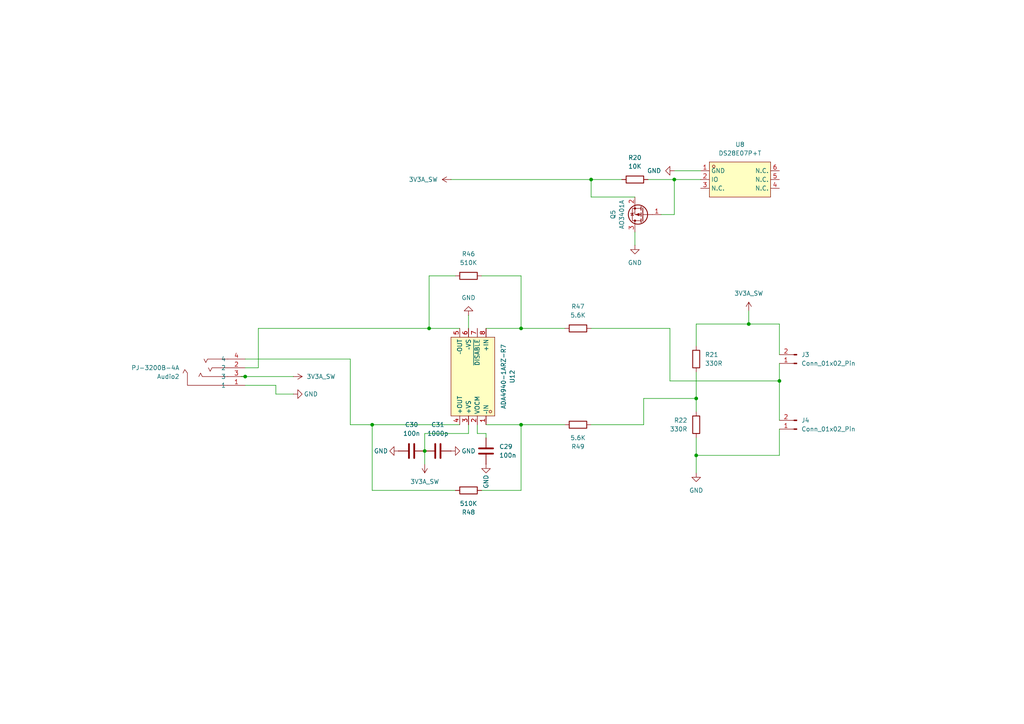
<source format=kicad_sch>
(kicad_sch (version 20231120) (generator "eeschema") (generator_version "8.0")
  (paper "A4")
  (lib_symbols
    (symbol "Connector:Conn_01x02_Pin" (pin_names (offset 1.016) hide)
      (property "Reference" "J" (at 0 2.54 0))
      (property "Value" "Conn_01x02_Pin" (at 0 -5.08 0))
      (symbol "Conn_01x02_Pin_1_1"
        (polyline (pts (xy 1.27 -2.54) (xy 0.8636 -2.54)) (stroke (width 0.1524)))
        (polyline (pts (xy 1.27 0) (xy 0.8636 0)) (stroke (width 0.1524)))
        (rectangle (start 0.8636 -2.413) (end 0 -2.667) (stroke (width 0.1524)) (fill (type outline)))
        (rectangle (start 0.8636 0.127) (end 0 -0.127) (stroke (width 0.1524)) (fill (type outline)))
        (pin passive line (at 5.08 0 180) (length 3.81) (name "Pin_1") (number "1"))
        (pin passive line (at 5.08 -2.54 180) (length 3.81) (name "Pin_2") (number "2"))
      )
    )
    (symbol "Device:C" (pin_numbers hide) (pin_names (offset 0.254))
      (property "Reference" "C" (at 0.635 2.54 0))
      (property "Value" "C" (at 0.635 -2.54 0))
      (symbol "C_0_1"
        (polyline (pts (xy -2.032 -0.762) (xy 2.032 -0.762)) (stroke (width 0.508)))
        (polyline (pts (xy -2.032 0.762) (xy 2.032 0.762)) (stroke (width 0.508)))
      )
      (symbol "C_1_1"
        (pin passive line (at 0 3.81 270) (length 2.794) (name "~") (number "1"))
        (pin passive line (at 0 -3.81 90) (length 2.794) (name "~") (number "2"))
      )
    )
    (symbol "Device:R" (pin_numbers hide) (pin_names (offset 0))
      (property "Reference" "R" (at 2.032 0 90))
      (property "Value" "R" (at 0 0 90))
      (symbol "R_0_1"
        (rectangle (start -1.016 -2.54) (end 1.016 2.54) (stroke (width 0.254)))
      )
      (symbol "R_1_1"
        (pin passive line (at 0 3.81 270) (length 1.27) (name "~") (number "1"))
        (pin passive line (at 0 -3.81 90) (length 1.27) (name "~") (number "2"))
      )
    )
    (symbol "Rocketry_Easyeda:ADA4940-1ARZ-R7"
      (property "Reference" "U" (at 0 7.62 0))
      (property "Value" "ADA4940-1ARZ-R7" (at 0 -10.16 0))
      (symbol "ADA4940-1ARZ-R7_0_1"
        (rectangle (start -12.7 5.08) (end 10.16 -7.62) (fill (type background)))
        (circle (center -11.43 3.81) (radius 0.38))
        (pin unspecified line (at -15.24 2.54 0) (length 2.54) (name "–IN") (number "1"))
        (pin unspecified line (at -15.24 0 0) (length 2.54) (name "VOCM") (number "2"))
        (pin unspecified line (at -15.24 -2.54 0) (length 2.54) (name "+VS") (number "3"))
        (pin unspecified line (at -15.24 -5.08 0) (length 2.54) (name "+OUT") (number "4"))
        (pin unspecified line (at 12.7 -5.08 180) (length 2.54) (name "–OUT") (number "5"))
        (pin unspecified line (at 12.7 -2.54 180) (length 2.54) (name "–VS") (number "6"))
        (pin unspecified line (at 12.7 0 180) (length 2.54) (name "~{DISABLE}") (number "7"))
        (pin unspecified line (at 12.7 2.54 180) (length 2.54) (name "+IN") (number "8"))
      )
    )
    (symbol "Rocketry_Easyeda:DS28E07P+T"
      (property "Reference" "U" (at 0 7.62 0))
      (property "Value" "DS28E07P+T" (at 0 -7.62 0))
      (symbol "DS28E07P+T_0_1"
        (rectangle (start -8.89 5.08) (end 8.89 -5.08) (fill (type background)))
        (circle (center -7.62 3.81) (radius 0.38))
        (pin unspecified line (at -11.43 2.54 0) (length 2.54) (name "GND") (number "1"))
        (pin unspecified line (at -11.43 0 0) (length 2.54) (name "IO") (number "2"))
        (pin unspecified line (at -11.43 -2.54 0) (length 2.54) (name "N.C.") (number "3"))
        (pin unspecified line (at 11.43 -2.54 180) (length 2.54) (name "N.C.") (number "4"))
        (pin unspecified line (at 11.43 0 180) (length 2.54) (name "N.C.") (number "5"))
        (pin unspecified line (at 11.43 2.54 180) (length 2.54) (name "N.C.") (number "6"))
      )
    )
    (symbol "Rocketry_Easyeda:PJ-3200B-4A"
      (property "Reference" "Audio" (at 0 7.62 0))
      (property "Value" "PJ-3200B-4A" (at 0 -10.16 0))
      (symbol "PJ-3200B-4A_0_1"
        (polyline (pts (xy 3.81 -5.08) (xy -2.03 -5.08) (xy -2.54 -4.06) (xy -3.05 -5.08)))
        (polyline (pts (xy 3.81 -2.54) (xy -0.76 -2.54) (xy -1.27 -1.52) (xy -1.78 -2.54)))
        (polyline (pts (xy 3.81 0) (xy -3.56 0) (xy -4.06 -1.02) (xy -4.57 0)))
        (polyline (pts (xy 3.81 2.54) (xy -7.87 2.54) (xy -7.87 -1.02) (xy -8.64 -2.03) (xy -9.14 -1.02)))
        (pin unspecified line (at 8.89 2.54 180) (length 5.08) (name "1") (number "1"))
        (pin unspecified line (at 8.89 -2.54 180) (length 5.08) (name "2") (number "2"))
        (pin unspecified line (at 8.89 0 180) (length 5.08) (name "3") (number "3"))
        (pin unspecified line (at 8.89 -5.08 180) (length 5.08) (name "4") (number "4"))
      )
    )
    (symbol "Transistor_FET:AO3401A" (pin_names hide)
      (property "Reference" "Q" (at 5.08 1.905 0))
      (property "Value" "AO3401A" (at 5.08 0 0))
      (symbol "AO3401A_0_1"
        (polyline (pts (xy 0.254 0) (xy -2.54 0)))
        (polyline (pts (xy 0.254 1.905) (xy 0.254 -1.905)) (stroke (width 0.254)))
        (polyline (pts (xy 0.762 -1.27) (xy 0.762 -2.286)) (stroke (width 0.254)))
        (polyline (pts (xy 0.762 0.508) (xy 0.762 -0.508)) (stroke (width 0.254)))
        (polyline (pts (xy 0.762 2.286) (xy 0.762 1.27)) (stroke (width 0.254)))
        (polyline (pts (xy 2.54 2.54) (xy 2.54 1.778)))
        (polyline (pts (xy 2.54 -2.54) (xy 2.54 0) (xy 0.762 0)))
        (polyline (pts (xy 0.762 1.778) (xy 3.302 1.778) (xy 3.302 -1.778) (xy 0.762 -1.778)))
        (polyline (pts (xy 2.286 0) (xy 1.27 0.381) (xy 1.27 -0.381) (xy 2.286 0)) (fill (type outline)))
        (polyline (pts (xy 2.794 -0.508) (xy 2.921 -0.381) (xy 3.683 -0.381) (xy 3.81 -0.254)))
        (polyline (pts (xy 3.302 -0.381) (xy 2.921 0.254) (xy 3.683 0.254) (xy 3.302 -0.381)))
        (circle (center 1.651 0) (radius 2.794) (stroke (width 0.254)))
        (circle (center 2.54 -1.778) (radius 0.254) (fill (type outline)))
        (circle (center 2.54 1.778) (radius 0.254) (fill (type outline)))
      )
      (symbol "AO3401A_1_1"
        (pin input line (at -5.08 0 0) (length 2.54) (name "G") (number "1"))
        (pin passive line (at 2.54 -5.08 90) (length 2.54) (name "S") (number "2"))
        (pin passive line (at 2.54 5.08 270) (length 2.54) (name "D") (number "3"))
      )
    )
    (symbol "power:+3.3V" (power) (pin_numbers hide) (pin_names (offset 0) hide)
      (property "Value" "+3.3V" (at 0 3.556 0))
      (symbol "+3.3V_0_1"
        (polyline (pts (xy -0.762 1.27) (xy 0 2.54)))
        (polyline (pts (xy 0 0) (xy 0 2.54)))
        (polyline (pts (xy 0 2.54) (xy 0.762 1.27)))
      )
      (symbol "+3.3V_1_1"
        (pin power_in line (at 0 0 90) (length 0) (name "~") (number "1"))
      )
    )
    (symbol "power:GND" (power) (pin_numbers hide) (pin_names (offset 0) hide)
      (property "Value" "GND" (at 0 -3.81 0))
      (symbol "GND_0_1"
        (polyline (pts (xy 0 0) (xy 0 -1.27) (xy 1.27 -1.27) (xy 0 -2.54) (xy -1.27 -1.27) (xy 0 -1.27)))
      )
      (symbol "GND_1_1"
        (pin power_in line (at 0 0 270) (length 0) (name "~") (number "1"))
      )
    )
  )
  (junction (at 71.12 109.22))
  (junction (at 151.13 123.19))
  (junction (at 151.13 95.25))
  (junction (at 217.17 93.98))
  (junction (at 201.93 132.08))
  (junction (at 107.95 123.19))
  (junction (at 123.19 130.81))
  (junction (at 201.93 115.57))
  (junction (at 171.45 52.07))
  (junction (at 195.58 52.07))
  (junction (at 226.06 110.49))
  (junction (at 124.46 95.25))
  (wire (pts (xy 107.95 142.24) (xy 132.08 142.24)))
  (wire (pts (xy 217.17 93.98) (xy 226.06 93.98)))
  (wire (pts (xy 123.19 130.81) (xy 123.19 134.62)))
  (wire (pts (xy 187.96 52.07) (xy 195.58 52.07)))
  (wire (pts (xy 201.93 115.57) (xy 201.93 119.38)))
  (wire (pts (xy 138.43 125.73) (xy 138.43 123.19)))
  (wire (pts (xy 191.77 62.23) (xy 195.58 62.23)))
  (wire (pts (xy 130.81 52.07) (xy 171.45 52.07)))
  (wire (pts (xy 85.09 114.3) (xy 80.01 114.3)))
  (wire (pts (xy 186.69 123.19) (xy 186.69 115.57)))
  (wire (pts (xy 71.12 109.22) (xy 85.09 109.22)))
  (wire (pts (xy 140.97 123.19) (xy 151.13 123.19)))
  (wire (pts (xy 184.15 57.15) (xy 171.45 57.15)))
  (wire (pts (xy 101.6 104.14) (xy 101.6 123.19)))
  (wire (pts (xy 151.13 95.25) (xy 151.13 80.01)))
  (wire (pts (xy 74.93 106.68) (xy 71.12 106.68)))
  (wire (pts (xy 186.69 123.19) (xy 171.45 123.19)))
  (wire (pts (xy 107.95 123.19) (xy 133.35 123.19)))
  (wire (pts (xy 151.13 95.25) (xy 163.83 95.25)))
  (wire (pts (xy 69.85 109.22) (xy 71.12 109.22)))
  (wire (pts (xy 151.13 123.19) (xy 163.83 123.19)))
  (wire (pts (xy 226.06 132.08) (xy 226.06 124.46)))
  (wire (pts (xy 226.06 110.49) (xy 226.06 121.92)))
  (wire (pts (xy 184.15 67.31) (xy 184.15 71.12)))
  (wire (pts (xy 124.46 80.01) (xy 132.08 80.01)))
  (wire (pts (xy 124.46 95.25) (xy 124.46 80.01)))
  (wire (pts (xy 201.93 93.98) (xy 217.17 93.98)))
  (wire (pts (xy 201.93 93.98) (xy 201.93 100.33)))
  (wire (pts (xy 194.31 95.25) (xy 171.45 95.25)))
  (wire (pts (xy 101.6 104.14) (xy 71.12 104.14)))
  (wire (pts (xy 140.97 95.25) (xy 151.13 95.25)))
  (wire (pts (xy 195.58 62.23) (xy 195.58 52.07)))
  (wire (pts (xy 195.58 52.07) (xy 203.2 52.07)))
  (wire (pts (xy 74.93 95.25) (xy 124.46 95.25)))
  (wire (pts (xy 135.89 91.44) (xy 135.89 95.25)))
  (wire (pts (xy 194.31 110.49) (xy 226.06 110.49)))
  (wire (pts (xy 171.45 52.07) (xy 180.34 52.07)))
  (wire (pts (xy 123.19 125.73) (xy 123.19 130.81)))
  (wire (pts (xy 194.31 95.25) (xy 194.31 110.49)))
  (wire (pts (xy 140.97 125.73) (xy 138.43 125.73)))
  (wire (pts (xy 71.12 111.76) (xy 80.01 111.76)))
  (wire (pts (xy 201.93 127) (xy 201.93 132.08)))
  (wire (pts (xy 226.06 93.98) (xy 226.06 102.87)))
  (wire (pts (xy 195.58 49.53) (xy 203.2 49.53)))
  (wire (pts (xy 226.06 105.41) (xy 226.06 110.49)))
  (wire (pts (xy 201.93 132.08) (xy 201.93 137.16)))
  (wire (pts (xy 186.69 115.57) (xy 201.93 115.57)))
  (wire (pts (xy 107.95 123.19) (xy 107.95 142.24)))
  (wire (pts (xy 101.6 123.19) (xy 107.95 123.19)))
  (wire (pts (xy 151.13 80.01) (xy 139.7 80.01)))
  (wire (pts (xy 123.19 125.73) (xy 135.89 125.73)))
  (wire (pts (xy 217.17 90.17) (xy 217.17 93.98)))
  (wire (pts (xy 80.01 114.3) (xy 80.01 111.76)))
  (wire (pts (xy 201.93 107.95) (xy 201.93 115.57)))
  (wire (pts (xy 135.89 125.73) (xy 135.89 123.19)))
  (wire (pts (xy 151.13 142.24) (xy 139.7 142.24)))
  (wire (pts (xy 171.45 57.15) (xy 171.45 52.07)))
  (wire (pts (xy 74.93 95.25) (xy 74.93 106.68)))
  (wire (pts (xy 133.35 95.25) (xy 124.46 95.25)))
  (wire (pts (xy 151.13 123.19) (xy 151.13 142.24)))
  (wire (pts (xy 226.06 132.08) (xy 201.93 132.08)))
  (wire (pts (xy 140.97 127) (xy 140.97 125.73)))
  (symbol (lib_id "power:GND") (at 135.89 91.44 180) (unit 1)
    (property "Reference" "#PWR0104" (effects (hide yes)))
    (property "Value" "GND" (at 135.89 86.36 0))
    (property "Description" "Power symbol creates a global label with name \"GND\" , ground" (effects (hide yes)))
  )
  (symbol (lib_id "power:GND") (at 195.58 49.53 270) (unit 1)
    (property "Reference" "#PWR064" (effects (hide yes)))
    (property "Value" "GND" (at 191.77 49.5299 90) (effects (justify right)))
    (property "Description" "Power symbol creates a global label with name \"GND\" , ground" (effects (hide yes)))
  )
  (symbol (lib_id "Connector:Conn_01x02_Pin") (at 231.14 124.46 180) (unit 1)
    (property "Reference" "J4" (at 232.41 121.9199 0) (effects (justify right)))
    (property "Value" "Conn_01x02_Pin" (at 232.41 124.4599 0) (effects (justify right)))
    (property "Description" "Generic connector, single row, 01x02, script generated" (effects (hide yes)))
  )
  (symbol (lib_id "power:GND") (at 140.97 134.62 0) (unit 1)
    (property "Reference" "#PWR0106" (effects (hide yes)))
    (property "Value" "GND" (at 140.97 139.7 90))
    (property "Description" "Power symbol creates a global label with name \"GND\" , ground" (effects (hide yes)))
  )
  (symbol (lib_id "Device:R") (at 167.64 95.25 90) (unit 1)
    (property "Reference" "R47" (at 167.64 88.9 90))
    (property "Value" "5.6K" (at 167.64 91.44 90))
    (property "Description" "Resistor" (effects (hide yes)))
  )
  (symbol (lib_id "Device:R") (at 135.89 142.24 90) (mirror x) (unit 1)
    (property "Reference" "R48" (at 135.89 148.59 90))
    (property "Value" "510K" (at 135.89 146.05 90))
    (property "Description" "Resistor" (effects (hide yes)))
  )
  (symbol (lib_id "Device:R") (at 184.15 52.07 90) (unit 1)
    (property "Reference" "R20" (at 184.15 45.72 90))
    (property "Value" "10K" (at 184.15 48.26 90))
    (property "Description" "Resistor" (effects (hide yes)))
  )
  (symbol (lib_id "Rocketry_Easyeda:ADA4940-1ARZ-R7") (at 138.43 107.95 270) (mirror x) (unit 1)
    (property "Reference" "U12" (at 148.59 109.22 0))
    (property "Value" "ADA4940-1ARZ-R7" (at 146.05 109.22 0))
    (property "Footprint" "Rocketry_Easyeda:SOIC-8_L4.9-W3.9-P1.27-LS6.0-BL" (effects (hide yes)))
    (property "Datasheet" "https://lcsc.com/product-detail/Differential-OpAmps_Analog-Devices-ADI-LINEAR-ADA4940-1ARZ-R7_C730049.html" (effects (hide yes)))
    (property "LCSC Part" "C730049" (effects (hide yes)))
  )
  (symbol (lib_id "Transistor_FET:AO3401A") (at 186.69 62.23 180) (unit 1)
    (property "Reference" "Q5" (at 177.8 62.23 90))
    (property "Value" "AO3401A" (at 180.34 62.23 90))
    (property "Footprint" "Package_TO_SOT_SMD:SOT-23" (effects (hide yes)))
    (property "Datasheet" "http://www.aosmd.com/pdfs/datasheet/AO3401A.pdf" (effects (hide yes)))
    (property "Description" "-4.0A Id, -30V Vds, P-Channel MOSFET, SOT-23" (effects (hide yes)))
  )
  (symbol (lib_id "power:+3.3V") (at 217.17 90.17 0) (mirror y) (unit 1)
    (property "Reference" "#PWR068" (effects (hide yes)))
    (property "Value" "3V3A_SW" (at 217.17 85.09 0))
    (property "Description" "Power symbol creates a global label with name \"+3.3V\"" (effects (hide yes)))
  )
  (symbol (lib_id "power:GND") (at 184.15 71.12 0) (unit 1)
    (property "Reference" "#PWR062" (effects (hide yes)))
    (property "Value" "GND" (at 184.15 76.2 0))
    (property "Description" "Power symbol creates a global label with name \"GND\" , ground" (effects (hide yes)))
  )
  (symbol (lib_id "Device:R") (at 201.93 104.14 0) (mirror y) (unit 1)
    (property "Reference" "R21" (at 204.47 102.8699 0) (effects (justify right)))
    (property "Value" "330R" (at 204.47 105.4099 0) (effects (justify right)))
    (property "Footprint" "Resistor_SMD:R_0805_2012Metric_Pad1.20x1.40mm_HandSolder" (effects (hide yes)))
    (property "Description" "Resistor" (effects (hide yes)))
  )
  (symbol (lib_id "power:+3.3V") (at 123.19 134.62 0) (mirror x) (unit 1)
    (property "Reference" "#PWR0105" (effects (hide yes)))
    (property "Value" "3V3A_SW" (at 123.19 139.7 0))
    (property "Description" "Power symbol creates a global label with name \"+3.3V\"" (effects (hide yes)))
  )
  (symbol (lib_id "Device:C") (at 140.97 130.81 180) (unit 1)
    (property "Reference" "C29" (at 144.78 129.54 0) (effects (justify right)))
    (property "Value" "100n" (at 144.78 132.08 0) (effects (justify right)))
    (property "Footprint" "Capacitor_SMD:C_0402_1005Metric" (effects (hide yes)))
    (property "Description" "Unpolarized capacitor" (effects (hide yes)))
  )
  (symbol (lib_id "power:+3.3V") (at 85.09 109.22 270) (mirror x) (unit 1)
    (property "Reference" "#PWR054" (effects (hide yes)))
    (property "Value" "3V3A_SW" (at 88.9 109.2199 90) (effects (justify left)))
    (property "Description" "Power symbol creates a global label with name \"+3.3V\"" (effects (hide yes)))
  )
  (symbol (lib_id "Device:R") (at 167.64 123.19 90) (mirror x) (unit 1)
    (property "Reference" "R49" (at 167.64 129.54 90))
    (property "Value" "5.6K" (at 167.64 127 90))
    (property "Description" "Resistor" (effects (hide yes)))
  )
  (symbol (lib_id "Rocketry_Easyeda:DS28E07P+T") (at 214.63 52.07 0) (unit 1)
    (property "Reference" "U8" (at 214.63 41.91 0))
    (property "Value" "DS28E07P+T" (at 214.63 44.45 0))
    (property "Footprint" "Rocketry_Easyeda:TSOC-6_L3.9-W4.3-P1.27-BL" (effects (hide yes)))
    (property "LCSC Part" "C2063921" (effects (hide yes)))
  )
  (symbol (lib_id "power:GND") (at 201.93 137.16 0) (mirror y) (unit 1)
    (property "Reference" "#PWR067" (effects (hide yes)))
    (property "Value" "GND" (at 201.93 142.24 0))
    (property "Description" "Power symbol creates a global label with name \"GND\" , ground" (effects (hide yes)))
  )
  (symbol (lib_id "power:GND") (at 85.09 114.3 90) (unit 1)
    (property "Reference" "#PWR058" (effects (hide yes)))
    (property "Value" "GND" (at 90.17 114.3 90))
    (property "Description" "Power symbol creates a global label with name \"GND\" , ground" (effects (hide yes)))
  )
  (symbol (lib_id "Rocketry_Easyeda:PJ-3200B-4A") (at 62.23 109.22 0) (mirror x) (unit 1)
    (property "Reference" "Audio2" (at 52.07 109.2201 0) (effects (justify right)))
    (property "Value" "PJ-3200B-4A" (at 52.07 106.6801 0) (effects (justify right)))
    (property "Footprint" "Rocketry_Easyeda:AUDIO-TH_PJ-3200B-4A" (effects (hide yes)))
    (property "Datasheet" "https://lcsc.com/product-detail/Audio-Connectors_PJ-3200B-4A_C136687.html" (effects (hide yes)))
    (property "LCSC Part" "C136687" (effects (hide yes)))
  )
  (symbol (lib_id "power:+3.3V") (at 130.81 52.07 90) (mirror x) (unit 1)
    (property "Reference" "#PWR059" (effects (hide yes)))
    (property "Value" "3V3A_SW" (at 127 52.0699 90) (effects (justify left)))
    (property "Description" "Power symbol creates a global label with name \"+3.3V\"" (effects (hide yes)))
  )
  (symbol (lib_id "power:GND") (at 130.81 130.81 90) (unit 1)
    (property "Reference" "#PWR0107" (effects (hide yes)))
    (property "Value" "GND" (at 135.89 130.81 90))
    (property "Description" "Power symbol creates a global label with name \"GND\" , ground" (effects (hide yes)))
  )
  (symbol (lib_id "Device:R") (at 135.89 80.01 90) (unit 1)
    (property "Reference" "R46" (at 135.89 73.66 90))
    (property "Value" "510K" (at 135.89 76.2 90))
    (property "Description" "Resistor" (effects (hide yes)))
  )
  (symbol (lib_id "Device:R") (at 201.93 123.19 0) (mirror y) (unit 1)
    (property "Reference" "R22" (at 199.39 121.9199 0) (effects (justify left)))
    (property "Value" "330R" (at 199.39 124.4599 0) (effects (justify left)))
    (property "Footprint" "Resistor_SMD:R_0805_2012Metric_Pad1.20x1.40mm_HandSolder" (effects (hide yes)))
    (property "Description" "Resistor" (effects (hide yes)))
  )
  (symbol (lib_id "Device:C") (at 119.38 130.81 270) (unit 1)
    (property "Reference" "C30" (at 119.38 123.19 90))
    (property "Value" "100n" (at 119.38 125.73 90))
    (property "Footprint" "Capacitor_SMD:C_0402_1005Metric" (effects (hide yes)))
    (property "Description" "Unpolarized capacitor" (effects (hide yes)))
  )
  (symbol (lib_id "Connector:Conn_01x02_Pin") (at 231.14 105.41 180) (unit 1)
    (property "Reference" "J3" (at 232.41 102.8699 0) (effects (justify right)))
    (property "Value" "Conn_01x02_Pin" (at 232.41 105.4099 0) (effects (justify right)))
    (property "Description" "Generic connector, single row, 01x02, script generated" (effects (hide yes)))
  )
  (symbol (lib_id "Device:C") (at 127 130.81 270) (unit 1)
    (property "Reference" "C31" (at 127 123.19 90))
    (property "Value" "1000p" (at 127 125.73 90))
    (property "Footprint" "Capacitor_SMD:C_0402_1005Metric" (effects (hide yes)))
    (property "Description" "Unpolarized capacitor" (effects (hide yes)))
  )
  (symbol (lib_id "power:GND") (at 115.57 130.81 270) (unit 1)
    (property "Reference" "#PWR061" (effects (hide yes)))
    (property "Value" "GND" (at 110.49 130.81 90))
    (property "Description" "Power symbol creates a global label with name \"GND\" , ground" (effects (hide yes)))
  )
)
</source>
